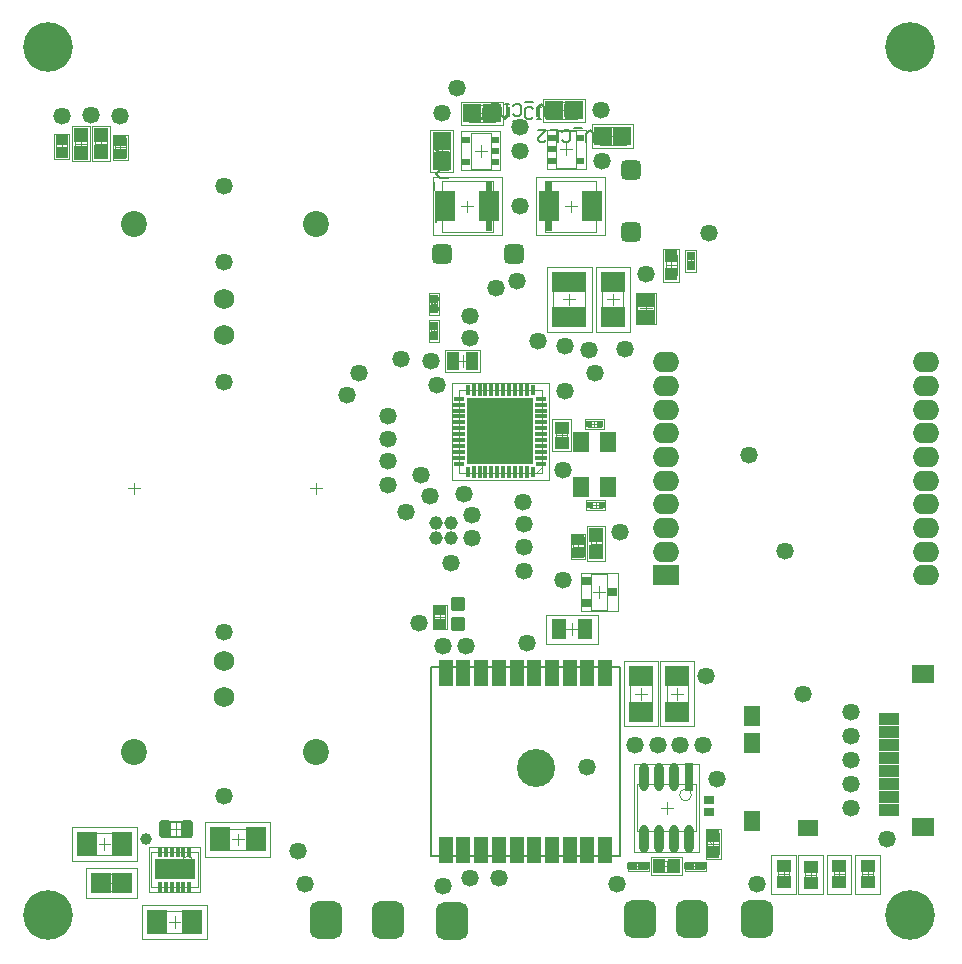
<source format=gts>
G04*
G04 #@! TF.GenerationSoftware,Altium Limited,CircuitMaker,2.2.1 (2.2.1.6)*
G04*
G04 Layer_Color=20142*
%FSLAX42Y42*%
%MOMM*%
G71*
G04*
G04 #@! TF.SameCoordinates,594ED0CD-E859-4A23-B6EA-3589AB250A5C*
G04*
G04*
G04 #@! TF.FilePolarity,Negative*
G04*
G01*
G75*
%ADD10C,0.10*%
%ADD14C,0.81*%
%ADD17C,0.13*%
%ADD19C,0.05*%
%ADD20C,0.12*%
%ADD21C,0.18*%
%ADD22C,0.03*%
%ADD23R,0.58X4.31*%
G04:AMPARAMS|DCode=67|XSize=1mm|YSize=1.45mm|CornerRadius=0.18mm|HoleSize=0mm|Usage=FLASHONLY|Rotation=180.000|XOffset=0mm|YOffset=0mm|HoleType=Round|Shape=RoundedRectangle|*
%AMROUNDEDRECTD67*
21,1,1.00,1.09,0,0,180.0*
21,1,0.64,1.45,0,0,180.0*
1,1,0.36,-0.32,0.55*
1,1,0.36,0.32,0.55*
1,1,0.36,0.32,-0.55*
1,1,0.36,-0.32,-0.55*
%
%ADD67ROUNDEDRECTD67*%
%ADD68R,1.70X2.10*%
%ADD69R,1.70X1.75*%
%ADD70R,3.50X1.70*%
%ADD71R,0.44X0.90*%
G04:AMPARAMS|DCode=72|XSize=3.2mm|YSize=2.7mm|CornerRadius=0.73mm|HoleSize=0mm|Usage=FLASHONLY|Rotation=270.000|XOffset=0mm|YOffset=0mm|HoleType=Round|Shape=RoundedRectangle|*
%AMROUNDEDRECTD72*
21,1,3.20,1.25,0,0,270.0*
21,1,1.75,2.70,0,0,270.0*
1,1,1.45,-0.63,-0.88*
1,1,1.45,-0.63,0.88*
1,1,1.45,0.63,0.88*
1,1,1.45,0.63,-0.88*
%
%ADD72ROUNDEDRECTD72*%
%ADD73R,1.25X1.10*%
%ADD74R,0.90X0.80*%
%ADD75R,1.10X1.05*%
G04:AMPARAMS|DCode=76|XSize=0.75mm|YSize=0.8mm|CornerRadius=0.16mm|HoleSize=0mm|Usage=FLASHONLY|Rotation=270.000|XOffset=0mm|YOffset=0mm|HoleType=Round|Shape=RoundedRectangle|*
%AMROUNDEDRECTD76*
21,1,0.75,0.49,0,0,270.0*
21,1,0.44,0.80,0,0,270.0*
1,1,0.31,-0.24,-0.22*
1,1,0.31,-0.24,0.22*
1,1,0.31,0.24,0.22*
1,1,0.31,0.24,-0.22*
%
%ADD76ROUNDEDRECTD76*%
%ADD77R,1.00X1.15*%
G04:AMPARAMS|DCode=78|XSize=1.2mm|YSize=1.2mm|CornerRadius=0.25mm|HoleSize=0mm|Usage=FLASHONLY|Rotation=0.000|XOffset=0mm|YOffset=0mm|HoleType=Round|Shape=RoundedRectangle|*
%AMROUNDEDRECTD78*
21,1,1.20,0.70,0,0,0.0*
21,1,0.70,1.20,0,0,0.0*
1,1,0.50,0.35,-0.35*
1,1,0.50,-0.35,-0.35*
1,1,0.50,-0.35,0.35*
1,1,0.50,0.35,0.35*
%
%ADD78ROUNDEDRECTD78*%
%ADD79R,1.05X0.90*%
%ADD80R,1.20X1.25*%
%ADD81O,0.80X2.40*%
%ADD82R,0.80X2.40*%
%ADD83R,0.75X0.75*%
%ADD84R,1.10X1.10*%
%ADD85R,0.95X0.80*%
G04:AMPARAMS|DCode=86|XSize=0.75mm|YSize=0.78mm|CornerRadius=0.24mm|HoleSize=0mm|Usage=FLASHONLY|Rotation=270.000|XOffset=0mm|YOffset=0mm|HoleType=Round|Shape=RoundedRectangle|*
%AMROUNDEDRECTD86*
21,1,0.75,0.29,0,0,270.0*
21,1,0.26,0.78,0,0,270.0*
1,1,0.49,-0.15,-0.13*
1,1,0.49,-0.15,0.13*
1,1,0.49,0.15,0.13*
1,1,0.49,0.15,-0.13*
%
%ADD86ROUNDEDRECTD86*%
%ADD87R,1.30X1.70*%
%ADD88R,1.90X1.60*%
%ADD89R,1.70X1.35*%
%ADD90R,1.35X1.70*%
%ADD91R,1.70X1.00*%
%ADD92R,1.22X2.21*%
%ADD93R,2.10X1.70*%
%ADD94R,0.90X0.40*%
%ADD95R,1.05X0.40*%
%ADD96R,0.40X0.90*%
%ADD97R,0.40X1.05*%
%ADD98R,5.70X5.70*%
%ADD99R,0.80X0.55*%
%ADD100R,1.00X1.50*%
%ADD101R,3.00X1.70*%
%ADD102R,0.55X0.60*%
%ADD103R,1.45X1.80*%
%ADD104R,1.70X2.60*%
%ADD105R,1.55X1.30*%
%ADD106R,1.55X1.65*%
%ADD107R,1.65X1.55*%
G04:AMPARAMS|DCode=108|XSize=1.73mm|YSize=1.73mm|CornerRadius=0.48mm|HoleSize=0mm|Usage=FLASHONLY|Rotation=0.000|XOffset=0mm|YOffset=0mm|HoleType=Round|Shape=RoundedRectangle|*
%AMROUNDEDRECTD108*
21,1,1.73,0.76,0,0,0.0*
21,1,0.76,1.73,0,0,0.0*
1,1,0.97,0.38,-0.38*
1,1,0.97,-0.38,-0.38*
1,1,0.97,-0.38,0.38*
1,1,0.97,0.38,0.38*
%
%ADD108ROUNDEDRECTD108*%
G04:AMPARAMS|DCode=109|XSize=1.73mm|YSize=1.73mm|CornerRadius=0.48mm|HoleSize=0mm|Usage=FLASHONLY|Rotation=90.000|XOffset=0mm|YOffset=0mm|HoleType=Round|Shape=RoundedRectangle|*
%AMROUNDEDRECTD109*
21,1,1.73,0.76,0,0,90.0*
21,1,0.76,1.73,0,0,90.0*
1,1,0.97,0.38,0.38*
1,1,0.97,0.38,-0.38*
1,1,0.97,-0.38,-0.38*
1,1,0.97,-0.38,0.38*
%
%ADD109ROUNDEDRECTD109*%
%ADD110C,4.20*%
%ADD111O,2.24X1.73*%
%ADD112R,2.24X1.73*%
%ADD113C,2.20*%
%ADD114C,1.73*%
%ADD115C,3.23*%
%ADD116C,1.15*%
%ADD117C,1.47*%
%ADD118C,1.00*%
G36*
X6122Y8037D02*
X6122Y8037D01*
Y8036D01*
X6122Y8036D01*
X6122Y8035D01*
X6122Y8035D01*
X6122Y8034D01*
X6122Y8034D01*
Y8034D01*
X6122Y8034D01*
X6122Y8034D01*
X6122Y8034D01*
X6122Y8033D01*
X6121Y8033D01*
X6121Y8033D01*
X6121Y8032D01*
X6120Y8032D01*
X6120Y8032D01*
X6120Y8032D01*
X6120Y8032D01*
X6120Y8032D01*
X6119Y8032D01*
X6119Y8032D01*
X6119Y8032D01*
X6118Y8032D01*
X6118D01*
X6118D01*
X6118D01*
X6118Y8032D01*
X6118D01*
X6117Y8032D01*
X6117Y8032D01*
X6117Y8032D01*
X6116Y8032D01*
X6116Y8032D01*
X6115Y8032D01*
X6115Y8033D01*
X6115Y8033D01*
X6115Y8033D01*
X6115Y8033D01*
X6115Y8033D01*
X6115Y8033D01*
X6115Y8033D01*
X6115Y8033D01*
X6114Y8034D01*
X6114Y8034D01*
X6114Y8034D01*
X6114Y8035D01*
X6114Y8035D01*
X6114Y8035D01*
X6114Y8036D01*
X6114Y8036D01*
X6114Y8036D01*
X6114Y8036D01*
X6114Y8036D01*
X6113Y8036D01*
X6113Y8035D01*
X6113Y8035D01*
X6113Y8035D01*
X6113Y8035D01*
X6113Y8035D01*
X6113Y8034D01*
X6112Y8034D01*
X6112Y8034D01*
X6112Y8034D01*
X6111Y8033D01*
X6111Y8033D01*
X6106Y8030D01*
Y8033D01*
X6110Y8035D01*
X6110D01*
X6110Y8035D01*
X6110Y8035D01*
X6110Y8035D01*
X6110Y8035D01*
X6111Y8036D01*
X6111Y8036D01*
X6111Y8036D01*
X6112Y8036D01*
X6112Y8037D01*
X6112Y8037D01*
X6112Y8037D01*
X6112Y8037D01*
X6112Y8037D01*
X6113Y8037D01*
X6113Y8037D01*
X6113Y8038D01*
X6113Y8038D01*
X6113Y8038D01*
X6113Y8038D01*
X6113Y8038D01*
X6113Y8038D01*
X6113Y8039D01*
Y8039D01*
X6113Y8039D01*
Y8039D01*
X6113Y8039D01*
Y8039D01*
X6114Y8039D01*
Y8042D01*
X6106D01*
Y8044D01*
X6122D01*
Y8037D01*
D02*
G37*
G36*
X6118Y8027D02*
X6118Y8027D01*
X6119Y8027D01*
X6119Y8027D01*
X6119Y8027D01*
X6119Y8027D01*
X6119Y8027D01*
X6119Y8026D01*
X6120Y8026D01*
X6120Y8025D01*
X6120Y8025D01*
X6120Y8025D01*
X6120Y8025D01*
X6121Y8024D01*
X6121Y8024D01*
X6121Y8024D01*
X6121Y8024D01*
X6122Y8023D01*
X6122Y8023D01*
X6123Y8023D01*
Y8022D01*
X6106D01*
Y8024D01*
X6119D01*
X6119Y8024D01*
X6119Y8024D01*
X6119Y8024D01*
X6119Y8024D01*
X6118Y8024D01*
X6118Y8025D01*
X6118Y8025D01*
X6118Y8025D01*
X6118Y8025D01*
X6117Y8026D01*
X6117Y8026D01*
X6117Y8026D01*
X6117Y8026D01*
X6117Y8027D01*
X6117Y8027D01*
X6117Y8027D01*
X6118D01*
Y8027D01*
D02*
G37*
G36*
X6103Y8005D02*
X6102D01*
Y8018D01*
X6103D01*
Y8005D01*
D02*
G37*
G36*
X6122Y7992D02*
X6121D01*
Y8001D01*
X6116D01*
Y7994D01*
X6114D01*
Y8001D01*
X6106D01*
Y8003D01*
X6122D01*
Y7992D01*
D02*
G37*
G36*
X6115Y7990D02*
X6115D01*
X6115Y7990D01*
X6115Y7990D01*
X6116Y7990D01*
X6116Y7990D01*
X6117Y7990D01*
X6118Y7990D01*
X6119Y7989D01*
X6119D01*
X6119Y7989D01*
X6119Y7989D01*
X6119Y7989D01*
X6119Y7989D01*
X6119Y7989D01*
X6120Y7988D01*
X6120Y7988D01*
X6121Y7988D01*
X6121Y7987D01*
X6122Y7986D01*
Y7986D01*
X6122Y7986D01*
X6122Y7986D01*
X6122Y7986D01*
X6122Y7986D01*
X6122Y7986D01*
X6122Y7985D01*
X6122Y7985D01*
X6122Y7985D01*
X6122Y7985D01*
X6123Y7984D01*
X6123Y7983D01*
X6123Y7982D01*
Y7982D01*
X6123Y7982D01*
Y7982D01*
X6123Y7981D01*
X6123Y7981D01*
X6122Y7980D01*
X6122Y7980D01*
X6122Y7979D01*
Y7979D01*
X6122Y7979D01*
X6122Y7979D01*
X6122Y7979D01*
X6122Y7979D01*
X6122Y7978D01*
X6121Y7978D01*
X6121Y7978D01*
X6121Y7977D01*
X6121Y7977D01*
X6121Y7977D01*
X6120Y7977D01*
X6120Y7977D01*
X6120Y7976D01*
X6119Y7976D01*
X6119Y7976D01*
X6119Y7976D01*
X6118Y7976D01*
X6117Y7978D01*
X6117D01*
X6117Y7978D01*
X6118Y7978D01*
X6118Y7978D01*
X6118Y7978D01*
X6118Y7978D01*
X6119Y7978D01*
X6119Y7978D01*
X6119Y7978D01*
X6119Y7978D01*
X6119Y7979D01*
X6120Y7979D01*
X6120Y7979D01*
X6120Y7979D01*
X6120Y7979D01*
X6120Y7980D01*
X6120Y7980D01*
X6121Y7980D01*
X6121Y7980D01*
X6121Y7980D01*
X6121Y7981D01*
X6121Y7981D01*
X6121Y7981D01*
X6121Y7982D01*
X6121Y7982D01*
Y7982D01*
X6121Y7983D01*
X6121Y7983D01*
X6121Y7983D01*
X6121Y7984D01*
X6121Y7984D01*
X6120Y7985D01*
X6120Y7985D01*
X6120Y7985D01*
X6120Y7985D01*
X6120Y7985D01*
X6120Y7986D01*
X6120Y7986D01*
X6120Y7986D01*
X6119Y7986D01*
X6119Y7986D01*
X6119Y7986D01*
X6119Y7987D01*
X6119Y7987D01*
X6119Y7987D01*
X6118Y7987D01*
X6118Y7987D01*
X6118Y7987D01*
X6118D01*
X6118Y7987D01*
X6118Y7987D01*
X6117Y7987D01*
X6117Y7988D01*
X6117Y7988D01*
X6117Y7988D01*
X6116Y7988D01*
X6116Y7988D01*
X6115Y7988D01*
X6114Y7988D01*
X6114D01*
X6114D01*
X6114D01*
X6114D01*
X6114Y7988D01*
X6114Y7988D01*
X6113Y7988D01*
X6113Y7988D01*
X6112Y7988D01*
X6111Y7987D01*
X6111Y7987D01*
X6111D01*
X6111Y7987D01*
X6111Y7987D01*
X6111Y7987D01*
X6110Y7987D01*
X6110Y7987D01*
X6110Y7986D01*
X6109Y7986D01*
X6109Y7986D01*
X6109Y7985D01*
Y7985D01*
X6109Y7985D01*
X6109Y7985D01*
X6109Y7985D01*
X6109Y7985D01*
X6108Y7985D01*
X6108Y7984D01*
X6108Y7984D01*
X6108Y7983D01*
X6108Y7983D01*
X6108Y7982D01*
Y7982D01*
X6108Y7982D01*
X6108Y7981D01*
X6108Y7981D01*
X6108Y7980D01*
X6108Y7980D01*
X6109Y7979D01*
Y7979D01*
X6109Y7979D01*
X6109Y7979D01*
X6109Y7979D01*
X6109Y7979D01*
X6109Y7978D01*
X6109Y7978D01*
X6109Y7978D01*
X6110Y7977D01*
X6113D01*
Y7982D01*
X6115D01*
Y7975D01*
X6109D01*
X6109Y7975D01*
X6109Y7975D01*
X6108Y7976D01*
X6108Y7976D01*
X6108Y7976D01*
X6108Y7976D01*
X6108Y7976D01*
X6108Y7977D01*
X6107Y7977D01*
X6107Y7978D01*
X6107Y7979D01*
Y7979D01*
X6107Y7979D01*
X6107Y7979D01*
X6107Y7979D01*
X6107Y7979D01*
X6107Y7979D01*
X6106Y7980D01*
X6106Y7980D01*
X6106Y7981D01*
X6106Y7981D01*
X6106Y7982D01*
Y7982D01*
X6106Y7982D01*
Y7983D01*
X6106Y7983D01*
X6106Y7983D01*
X6106Y7983D01*
X6106Y7984D01*
X6107Y7985D01*
X6107Y7986D01*
X6107Y7986D01*
Y7986D01*
X6107Y7986D01*
X6107Y7986D01*
X6107Y7987D01*
X6107Y7987D01*
X6108Y7987D01*
X6108Y7987D01*
X6108Y7988D01*
X6109Y7988D01*
X6109Y7989D01*
X6110Y7989D01*
X6110D01*
X6110Y7989D01*
X6110Y7989D01*
X6110Y7989D01*
X6111Y7989D01*
X6111Y7989D01*
X6111Y7990D01*
X6111Y7990D01*
X6112Y7990D01*
X6112Y7990D01*
X6113Y7990D01*
X6113Y7990D01*
X6114Y7990D01*
X6114D01*
X6114D01*
X6115D01*
X6115Y7990D01*
D02*
G37*
G36*
X6864Y6929D02*
X6856D01*
X6846Y6955D01*
X6835Y6929D01*
X6827D01*
Y7000D01*
X6836D01*
X6836Y6949D01*
X6836Y6949D01*
X6845Y6972D01*
X6847D01*
X6856Y6949D01*
X6856Y6949D01*
X6855Y7000D01*
X6864D01*
Y6929D01*
D02*
G37*
G36*
X6800Y7000D02*
X6801D01*
X6802Y7000D01*
X6803Y7000D01*
X6804Y6999D01*
X6806Y6999D01*
X6807Y6998D01*
X6808Y6998D01*
X6809Y6997D01*
X6810Y6996D01*
X6811Y6994D01*
X6812Y6993D01*
X6813Y6991D01*
Y6991D01*
X6814Y6991D01*
X6814Y6990D01*
X6814Y6990D01*
X6814Y6989D01*
X6815Y6987D01*
X6815Y6986D01*
X6816Y6985D01*
X6816Y6983D01*
X6817Y6981D01*
X6817Y6979D01*
X6817Y6976D01*
X6818Y6974D01*
X6818Y6971D01*
X6818Y6968D01*
X6818Y6965D01*
Y6965D01*
Y6964D01*
Y6963D01*
X6818Y6962D01*
Y6961D01*
X6818Y6959D01*
X6818Y6957D01*
X6818Y6955D01*
X6817Y6951D01*
X6816Y6946D01*
X6815Y6942D01*
X6814Y6940D01*
X6813Y6938D01*
X6813Y6938D01*
X6813Y6938D01*
X6813Y6937D01*
X6812Y6937D01*
X6811Y6935D01*
X6810Y6933D01*
X6808Y6931D01*
X6805Y6930D01*
X6804Y6929D01*
X6802Y6929D01*
X6801Y6928D01*
X6799Y6928D01*
X6798D01*
X6797Y6929D01*
X6796Y6929D01*
X6795Y6929D01*
X6793Y6930D01*
X6791Y6931D01*
X6789Y6932D01*
Y6941D01*
X6790Y6941D01*
X6790Y6940D01*
X6791Y6940D01*
X6792Y6939D01*
X6794Y6938D01*
X6795Y6938D01*
X6797Y6937D01*
X6799Y6937D01*
X6799D01*
X6799Y6937D01*
X6800Y6937D01*
X6802Y6938D01*
X6803Y6938D01*
X6804Y6939D01*
X6805Y6940D01*
X6805Y6941D01*
X6806Y6942D01*
X6806Y6943D01*
Y6943D01*
X6806Y6944D01*
X6807Y6944D01*
X6807Y6944D01*
X6807Y6945D01*
X6807Y6946D01*
X6807Y6947D01*
X6808Y6948D01*
X6808Y6950D01*
X6808Y6951D01*
X6808Y6953D01*
X6808Y6955D01*
X6808Y6957D01*
X6809Y6959D01*
X6809Y6962D01*
Y6964D01*
Y6965D01*
Y6965D01*
Y6966D01*
Y6967D01*
X6809Y6968D01*
Y6969D01*
X6808Y6971D01*
X6808Y6973D01*
X6808Y6976D01*
X6808Y6980D01*
X6807Y6981D01*
X6807Y6983D01*
X6807Y6984D01*
X6806Y6986D01*
Y6986D01*
X6806Y6986D01*
X6806Y6987D01*
X6805Y6988D01*
X6804Y6989D01*
X6803Y6990D01*
X6802Y6991D01*
X6800Y6992D01*
X6799Y6992D01*
X6798Y6992D01*
X6798D01*
X6797Y6992D01*
X6797Y6992D01*
X6795Y6991D01*
X6794Y6991D01*
X6792Y6990D01*
X6791Y6989D01*
X6790Y6988D01*
X6789Y6987D01*
Y6997D01*
X6789Y6997D01*
X6789Y6997D01*
X6790Y6998D01*
X6792Y6999D01*
X6793Y6999D01*
X6795Y7000D01*
X6797Y7000D01*
X6799Y7001D01*
X6800D01*
X6800Y7000D01*
D02*
G37*
G36*
X8474Y3585D02*
X8474Y3585D01*
X8474Y3584D01*
X8475Y3584D01*
X8475Y3584D01*
X8476Y3584D01*
X8476Y3584D01*
X8478Y3583D01*
X8479Y3582D01*
X8480Y3582D01*
X8480Y3581D01*
X8481Y3581D01*
X8481Y3580D01*
X8481Y3580D01*
X8482Y3580D01*
X8482Y3580D01*
X8482Y3579D01*
X8482Y3579D01*
X8482Y3579D01*
X8483Y3578D01*
X8483Y3578D01*
X8483Y3577D01*
X8483Y3576D01*
X8484Y3576D01*
X8484Y3575D01*
X8484Y3574D01*
X8484Y3573D01*
X8484Y3572D01*
X8484Y3571D01*
Y3571D01*
X8484Y3571D01*
Y3570D01*
X8484Y3570D01*
X8484Y3569D01*
X8484Y3568D01*
X8484Y3567D01*
X8483Y3566D01*
X8483Y3564D01*
X8482Y3564D01*
X8482Y3563D01*
X8482Y3563D01*
X8482Y3563D01*
X8482Y3563D01*
X8482Y3562D01*
X8481Y3562D01*
X8481Y3562D01*
X8481Y3562D01*
X8481Y3561D01*
X8480Y3561D01*
X8480Y3560D01*
X8479Y3560D01*
X8477Y3559D01*
X8476Y3558D01*
X8476D01*
X8476Y3558D01*
X8476Y3558D01*
X8475Y3558D01*
X8475Y3558D01*
X8474Y3558D01*
X8474Y3557D01*
X8473Y3557D01*
X8473Y3557D01*
X8472Y3557D01*
X8471Y3557D01*
X8469Y3556D01*
X8467Y3556D01*
X8467D01*
X8467D01*
X8467D01*
X8467Y3556D01*
X8466D01*
X8466Y3556D01*
X8465Y3557D01*
X8464Y3557D01*
X8463Y3557D01*
X8462Y3557D01*
X8460Y3558D01*
X8459Y3558D01*
X8459Y3558D01*
X8458Y3558D01*
X8458Y3558D01*
X8458Y3559D01*
X8458Y3559D01*
X8457Y3559D01*
X8457Y3560D01*
X8456Y3560D01*
X8455Y3561D01*
X8454Y3562D01*
X8453Y3564D01*
X8453Y3564D01*
X8453Y3564D01*
X8453Y3564D01*
X8453Y3564D01*
X8453Y3565D01*
X8452Y3565D01*
X8452Y3565D01*
X8452Y3566D01*
X8452Y3567D01*
X8452Y3567D01*
X8451Y3568D01*
X8451Y3570D01*
X8451Y3571D01*
Y3572D01*
X8451Y3572D01*
X8451Y3573D01*
X8451Y3573D01*
X8451Y3574D01*
X8451Y3574D01*
X8452Y3576D01*
X8452Y3577D01*
X8452Y3578D01*
X8453Y3578D01*
X8453Y3579D01*
X8454Y3580D01*
X8454Y3580D01*
X8454Y3580D01*
X8454Y3580D01*
X8454Y3580D01*
X8454Y3580D01*
X8455Y3581D01*
X8455Y3581D01*
X8455Y3581D01*
X8456Y3582D01*
X8456Y3582D01*
X8457Y3583D01*
X8457Y3583D01*
X8458Y3583D01*
X8459Y3584D01*
X8460Y3584D01*
X8460Y3584D01*
X8461Y3580D01*
X8461D01*
X8461Y3580D01*
X8461Y3580D01*
X8461Y3580D01*
X8461Y3580D01*
X8460Y3580D01*
X8459Y3579D01*
X8459Y3579D01*
X8458Y3578D01*
X8457Y3577D01*
X8456Y3577D01*
X8456Y3577D01*
X8456Y3576D01*
X8456Y3576D01*
X8455Y3575D01*
X8455Y3574D01*
X8455Y3574D01*
X8455Y3573D01*
X8455Y3571D01*
Y3571D01*
X8455Y3571D01*
Y3570D01*
X8455Y3570D01*
X8455Y3569D01*
X8455Y3568D01*
X8455Y3567D01*
X8456Y3566D01*
X8456Y3565D01*
Y3565D01*
X8457Y3565D01*
X8457Y3565D01*
X8457Y3564D01*
X8458Y3564D01*
X8458Y3563D01*
X8459Y3563D01*
X8460Y3562D01*
X8461Y3562D01*
X8461D01*
X8461Y3562D01*
X8462Y3562D01*
X8462Y3562D01*
X8462Y3561D01*
X8462Y3561D01*
X8463Y3561D01*
X8464Y3561D01*
X8465Y3561D01*
X8466Y3561D01*
X8467Y3561D01*
X8467D01*
X8468D01*
X8468D01*
X8468D01*
X8468Y3561D01*
X8469D01*
X8469Y3561D01*
X8470Y3561D01*
X8471Y3561D01*
X8472Y3561D01*
X8473Y3562D01*
X8474Y3562D01*
X8475D01*
X8475Y3562D01*
X8475Y3562D01*
X8475Y3562D01*
X8476Y3562D01*
X8476Y3563D01*
X8477Y3563D01*
X8478Y3564D01*
X8478Y3565D01*
X8479Y3566D01*
Y3566D01*
X8479Y3566D01*
X8479Y3566D01*
X8479Y3566D01*
X8479Y3566D01*
X8480Y3567D01*
X8480Y3567D01*
X8480Y3568D01*
X8480Y3569D01*
X8481Y3570D01*
X8481Y3571D01*
Y3571D01*
X8481Y3572D01*
Y3572D01*
X8480Y3572D01*
X8480Y3573D01*
X8480Y3574D01*
X8480Y3575D01*
X8479Y3576D01*
X8479Y3577D01*
X8479Y3577D01*
X8478Y3577D01*
X8478Y3577D01*
X8478Y3577D01*
X8478Y3577D01*
X8478Y3578D01*
X8478Y3578D01*
X8477Y3578D01*
X8477Y3578D01*
X8477Y3579D01*
X8476Y3579D01*
X8476Y3579D01*
X8475Y3580D01*
X8474Y3580D01*
X8474Y3580D01*
X8473Y3580D01*
X8472Y3580D01*
X8473Y3585D01*
X8474D01*
X8474Y3585D01*
D02*
G37*
G36*
X8492Y3529D02*
X8490D01*
Y3555D01*
X8492D01*
Y3529D01*
D02*
G37*
G36*
X8474Y3527D02*
X8474Y3527D01*
X8474Y3527D01*
X8475Y3527D01*
X8475Y3527D01*
X8477Y3527D01*
X8478Y3526D01*
X8478Y3526D01*
X8479Y3526D01*
X8480Y3525D01*
X8480Y3525D01*
X8480Y3525D01*
X8480Y3525D01*
X8481Y3525D01*
X8481Y3524D01*
X8481Y3524D01*
X8482Y3524D01*
X8482Y3523D01*
X8482Y3523D01*
X8483Y3522D01*
X8483Y3522D01*
X8483Y3521D01*
X8484Y3520D01*
X8484Y3519D01*
X8484Y3518D01*
X8484Y3518D01*
X8484Y3517D01*
Y3516D01*
X8484Y3516D01*
X8484Y3515D01*
X8484Y3515D01*
X8484Y3515D01*
X8484Y3514D01*
X8484Y3513D01*
X8483Y3512D01*
X8483Y3511D01*
X8483Y3510D01*
X8482Y3510D01*
X8482Y3509D01*
X8482Y3509D01*
X8482Y3509D01*
X8481Y3509D01*
X8481Y3509D01*
X8481Y3509D01*
X8481Y3509D01*
X8480Y3508D01*
X8480Y3508D01*
X8480Y3508D01*
X8479Y3507D01*
X8478Y3507D01*
X8477Y3507D01*
X8476Y3506D01*
X8475Y3506D01*
X8475Y3510D01*
X8475D01*
X8475D01*
X8475Y3510D01*
X8475Y3510D01*
X8476Y3511D01*
X8477Y3511D01*
X8477Y3511D01*
X8478Y3511D01*
X8479Y3512D01*
X8479Y3512D01*
X8479Y3513D01*
X8480Y3513D01*
X8480Y3513D01*
X8480Y3514D01*
X8480Y3514D01*
X8481Y3515D01*
X8481Y3516D01*
X8481Y3517D01*
Y3517D01*
X8481Y3517D01*
X8481Y3518D01*
X8481Y3518D01*
X8480Y3519D01*
X8480Y3520D01*
X8479Y3521D01*
X8479Y3521D01*
X8479Y3521D01*
X8479Y3521D01*
X8479Y3521D01*
X8479Y3522D01*
X8478Y3522D01*
X8478Y3522D01*
X8477Y3522D01*
X8476Y3523D01*
X8476Y3523D01*
X8474Y3523D01*
X8474Y3523D01*
X8473D01*
X8473D01*
X8473D01*
X8473D01*
X8473Y3523D01*
X8472D01*
X8472Y3523D01*
X8471Y3523D01*
X8470Y3523D01*
X8469Y3523D01*
X8469Y3522D01*
X8468Y3521D01*
X8468D01*
X8468Y3521D01*
X8468Y3521D01*
X8467Y3521D01*
X8467Y3520D01*
X8466Y3519D01*
X8466Y3519D01*
X8466Y3518D01*
X8466Y3517D01*
Y3516D01*
X8466Y3516D01*
X8466Y3515D01*
X8466Y3515D01*
X8466Y3514D01*
X8466Y3514D01*
X8467Y3513D01*
X8467Y3513D01*
X8467Y3513D01*
X8467Y3513D01*
X8467Y3512D01*
X8468Y3512D01*
X8468Y3511D01*
X8468Y3511D01*
X8469Y3511D01*
X8468Y3507D01*
X8452Y3510D01*
Y3526D01*
X8456D01*
Y3513D01*
X8464Y3511D01*
X8464Y3512D01*
X8464Y3512D01*
X8464Y3512D01*
X8464Y3512D01*
X8464Y3512D01*
X8464Y3513D01*
X8463Y3513D01*
X8463Y3514D01*
X8463Y3515D01*
X8462Y3516D01*
X8462Y3517D01*
Y3518D01*
X8462Y3518D01*
X8462Y3519D01*
X8463Y3519D01*
X8463Y3519D01*
X8463Y3520D01*
X8463Y3521D01*
X8463Y3522D01*
X8464Y3522D01*
X8464Y3523D01*
X8464Y3523D01*
X8465Y3524D01*
X8465Y3525D01*
X8465Y3525D01*
X8465Y3525D01*
X8466Y3525D01*
X8466Y3525D01*
X8466Y3525D01*
X8466Y3526D01*
X8467Y3526D01*
X8467Y3526D01*
X8468Y3526D01*
X8468Y3527D01*
X8469Y3527D01*
X8470Y3527D01*
X8470Y3527D01*
X8471Y3527D01*
X8472Y3527D01*
X8473Y3528D01*
X8473D01*
X8473D01*
X8473D01*
X8474Y3527D01*
D02*
G37*
G36*
X8475Y3502D02*
X8476Y3502D01*
X8476Y3502D01*
X8476Y3502D01*
X8477Y3502D01*
X8478Y3502D01*
X8479Y3502D01*
X8479Y3501D01*
X8480Y3501D01*
X8480Y3501D01*
X8481Y3500D01*
X8481Y3500D01*
X8481Y3499D01*
X8482Y3499D01*
X8482Y3499D01*
X8482Y3499D01*
X8482Y3499D01*
X8482Y3498D01*
X8482Y3498D01*
X8483Y3497D01*
X8483Y3497D01*
X8483Y3496D01*
X8484Y3496D01*
X8484Y3495D01*
X8484Y3494D01*
X8484Y3494D01*
X8484Y3493D01*
X8484Y3492D01*
Y3491D01*
X8484Y3491D01*
X8484Y3491D01*
X8484Y3490D01*
X8484Y3490D01*
X8484Y3489D01*
X8483Y3488D01*
X8483Y3487D01*
X8483Y3487D01*
X8483Y3486D01*
X8482Y3485D01*
X8482Y3485D01*
X8481Y3484D01*
X8481Y3484D01*
X8481Y3484D01*
X8481Y3484D01*
X8481Y3484D01*
X8481Y3484D01*
X8480Y3483D01*
X8480Y3483D01*
X8479Y3483D01*
X8479Y3483D01*
X8478Y3482D01*
X8477Y3482D01*
X8477Y3482D01*
X8476Y3482D01*
X8475Y3481D01*
X8474Y3481D01*
X8474D01*
X8474D01*
X8474D01*
X8474Y3481D01*
X8474D01*
X8473Y3481D01*
X8473Y3482D01*
X8472Y3482D01*
X8471Y3482D01*
X8470Y3482D01*
X8469Y3483D01*
X8469D01*
X8469Y3483D01*
X8469Y3483D01*
X8468Y3484D01*
X8468Y3484D01*
X8468Y3485D01*
X8467Y3486D01*
X8467Y3486D01*
X8466Y3487D01*
Y3487D01*
X8466Y3487D01*
X8466Y3487D01*
X8466Y3487D01*
X8466Y3487D01*
X8466Y3486D01*
X8465Y3485D01*
X8465Y3485D01*
X8464Y3484D01*
X8464Y3484D01*
X8464Y3484D01*
X8463Y3484D01*
X8463Y3483D01*
X8463Y3483D01*
X8462Y3483D01*
X8461Y3483D01*
X8461Y3483D01*
X8460Y3483D01*
X8460D01*
X8460D01*
X8459D01*
X8459Y3483D01*
X8459Y3483D01*
X8458Y3483D01*
X8458Y3483D01*
X8457Y3483D01*
X8456Y3484D01*
X8455Y3484D01*
X8455Y3484D01*
X8454Y3485D01*
X8454Y3485D01*
X8454Y3485D01*
X8454Y3485D01*
X8454Y3485D01*
X8454Y3486D01*
X8453Y3486D01*
X8453Y3486D01*
X8453Y3487D01*
X8453Y3487D01*
X8452Y3487D01*
X8452Y3488D01*
X8452Y3488D01*
X8452Y3489D01*
X8452Y3490D01*
X8452Y3491D01*
X8451Y3492D01*
Y3492D01*
X8452Y3493D01*
X8452Y3493D01*
X8452Y3493D01*
X8452Y3494D01*
X8452Y3494D01*
X8452Y3495D01*
X8452Y3496D01*
X8453Y3497D01*
X8453Y3498D01*
X8454Y3498D01*
X8454Y3499D01*
X8454Y3499D01*
X8454Y3499D01*
X8454Y3499D01*
X8454Y3499D01*
X8455Y3499D01*
X8455Y3499D01*
X8456Y3500D01*
X8456Y3500D01*
X8457Y3501D01*
X8459Y3501D01*
X8459Y3501D01*
X8460Y3501D01*
X8460D01*
X8460D01*
X8460D01*
X8461Y3501D01*
X8461Y3501D01*
X8462Y3501D01*
X8462Y3501D01*
X8463Y3500D01*
X8464Y3500D01*
X8464Y3500D01*
X8464Y3500D01*
X8464Y3499D01*
X8465Y3499D01*
X8465Y3499D01*
X8466Y3498D01*
X8466Y3497D01*
X8466Y3496D01*
Y3496D01*
X8466Y3497D01*
X8466Y3497D01*
X8466Y3497D01*
X8467Y3497D01*
X8467Y3498D01*
X8468Y3499D01*
X8468Y3500D01*
X8469Y3500D01*
X8469Y3501D01*
X8469D01*
X8469Y3501D01*
X8470Y3501D01*
X8470Y3501D01*
X8471Y3502D01*
X8472Y3502D01*
X8472Y3502D01*
X8473Y3502D01*
X8474Y3502D01*
X8475D01*
X8475D01*
X8475D01*
X8475Y3502D01*
D02*
G37*
G36*
X8476Y3473D02*
X8484D01*
Y3469D01*
X8476D01*
Y3455D01*
X8472D01*
X8452Y3470D01*
Y3473D01*
X8472D01*
Y3477D01*
X8476D01*
Y3473D01*
D02*
G37*
%LPC*%
G36*
X6121Y8042D02*
X6115D01*
Y8037D01*
X6115Y8037D01*
Y8037D01*
X6115Y8036D01*
X6115Y8036D01*
X6116Y8036D01*
X6116Y8035D01*
X6116Y8035D01*
X6116Y8035D01*
X6116Y8035D01*
X6116Y8035D01*
X6116Y8035D01*
X6116Y8035D01*
X6116Y8034D01*
X6117Y8034D01*
X6117Y8034D01*
X6117Y8034D01*
X6117Y8034D01*
X6117Y8034D01*
X6117Y8034D01*
X6117Y8034D01*
X6118Y8034D01*
X6118Y8034D01*
X6118D01*
X6118D01*
X6118D01*
X6118Y8034D01*
X6119Y8034D01*
X6119Y8034D01*
X6119Y8034D01*
X6120Y8034D01*
X6120Y8035D01*
X6120Y8035D01*
X6120Y8035D01*
X6120Y8035D01*
X6120Y8035D01*
X6120Y8036D01*
X6121Y8036D01*
X6121Y8037D01*
X6121Y8037D01*
Y8042D01*
D02*
G37*
G36*
X8460Y3497D02*
X8460D01*
X8460D01*
X8459D01*
X8459Y3497D01*
X8459Y3497D01*
X8458Y3497D01*
X8457Y3496D01*
X8457Y3496D01*
X8456Y3496D01*
X8456Y3496D01*
X8456Y3495D01*
X8456Y3495D01*
X8455Y3495D01*
X8455Y3494D01*
X8455Y3493D01*
X8455Y3493D01*
X8455Y3492D01*
Y3492D01*
X8455Y3491D01*
X8455Y3491D01*
X8455Y3490D01*
X8455Y3489D01*
X8456Y3489D01*
X8456Y3488D01*
X8456Y3488D01*
X8456Y3488D01*
X8457Y3488D01*
X8457Y3487D01*
X8458Y3487D01*
X8458Y3487D01*
X8459Y3487D01*
X8460Y3487D01*
X8460D01*
X8460D01*
X8460Y3487D01*
X8460Y3487D01*
X8461Y3487D01*
X8462Y3487D01*
X8462Y3487D01*
X8463Y3488D01*
X8463Y3488D01*
X8463Y3488D01*
X8464Y3488D01*
X8464Y3489D01*
X8464Y3489D01*
X8464Y3490D01*
X8465Y3490D01*
X8465Y3491D01*
X8465Y3492D01*
Y3492D01*
X8465Y3492D01*
X8465Y3493D01*
X8465Y3493D01*
X8464Y3494D01*
X8464Y3494D01*
X8464Y3495D01*
X8463Y3496D01*
X8463Y3496D01*
X8463Y3496D01*
X8463Y3496D01*
X8462Y3496D01*
X8462Y3497D01*
X8461Y3497D01*
X8461Y3497D01*
X8460Y3497D01*
D02*
G37*
G36*
X8475Y3498D02*
X8474D01*
X8474D01*
X8474D01*
X8474Y3498D01*
X8474Y3498D01*
X8473Y3498D01*
X8472Y3498D01*
X8471Y3498D01*
X8471Y3497D01*
X8470Y3497D01*
X8470Y3496D01*
X8470Y3496D01*
X8469Y3496D01*
X8469Y3495D01*
X8469Y3495D01*
X8468Y3494D01*
X8468Y3493D01*
X8468Y3492D01*
Y3491D01*
X8468Y3491D01*
X8468Y3491D01*
X8468Y3490D01*
X8468Y3489D01*
X8469Y3489D01*
X8469Y3488D01*
X8470Y3487D01*
X8470Y3487D01*
X8470Y3487D01*
X8471Y3487D01*
X8471Y3486D01*
X8472Y3486D01*
X8473Y3486D01*
X8473Y3485D01*
X8474Y3485D01*
X8474D01*
X8475D01*
X8475Y3485D01*
X8475Y3485D01*
X8476Y3486D01*
X8476Y3486D01*
X8477Y3486D01*
X8478Y3486D01*
X8478Y3486D01*
X8478Y3486D01*
X8478Y3486D01*
X8479Y3487D01*
X8479Y3487D01*
X8479Y3487D01*
X8480Y3488D01*
X8480Y3488D01*
X8480Y3489D01*
X8480Y3489D01*
X8480Y3489D01*
X8481Y3490D01*
X8481Y3490D01*
X8481Y3491D01*
X8481Y3491D01*
X8481Y3492D01*
Y3492D01*
X8481Y3492D01*
X8481Y3493D01*
X8481Y3494D01*
X8480Y3494D01*
X8480Y3495D01*
X8480Y3496D01*
X8479Y3497D01*
X8479Y3497D01*
X8479Y3497D01*
X8478Y3497D01*
X8478Y3497D01*
X8477Y3498D01*
X8476Y3498D01*
X8476Y3498D01*
X8475Y3498D01*
D02*
G37*
G36*
X8472Y3469D02*
X8458D01*
X8472Y3459D01*
Y3469D01*
D02*
G37*
%LPD*%
D10*
X6331Y6599D02*
X7031D01*
X6331D02*
Y7299D01*
X7031D01*
Y6599D02*
Y7299D01*
X6981Y6599D02*
X7031Y6649D01*
X3836Y3519D02*
X4036D01*
X3836D02*
Y3644D01*
X4036D01*
Y3519D02*
Y3644D01*
X3936Y3541D02*
Y3621D01*
X3896Y3581D02*
X3976D01*
X8420Y3328D02*
X8547D01*
Y3582D01*
X8420D02*
X8547D01*
X8420Y3328D02*
Y3582D01*
X4084Y3299D02*
G03*
X4084Y3299I-50J0D01*
G01*
X8300Y3870D02*
G03*
X8300Y3870I-50J0D01*
G01*
X4036Y3519D02*
Y3644D01*
X3836Y3519D02*
Y3644D01*
Y3519D02*
X4036D01*
X3836Y3644D02*
X4036D01*
X3754Y2704D02*
X4094D01*
X3754Y2884D02*
X4094D01*
Y2704D02*
Y2884D01*
X3754Y2704D02*
Y2884D01*
X3280Y3197D02*
X3500D01*
X3280Y3052D02*
X3500D01*
X3280D02*
Y3197D01*
X3500Y3052D02*
Y3197D01*
X3160Y3364D02*
X3500D01*
X3160Y3544D02*
X3500D01*
Y3364D02*
Y3544D01*
X3160Y3364D02*
Y3544D01*
X4290Y3583D02*
X4630D01*
X4290Y3403D02*
X4630D01*
X4290D02*
Y3583D01*
X4630Y3403D02*
Y3583D01*
X3724Y3089D02*
Y3388D01*
X4124Y3089D02*
Y3388D01*
X3724Y3089D02*
X4124D01*
X3724Y3388D02*
X4124D01*
X9744Y3279D02*
X9839D01*
X9744Y3114D02*
X9839D01*
Y3279D01*
X9744Y3114D02*
Y3279D01*
X9033D02*
X9128D01*
X9033Y3114D02*
X9128D01*
Y3279D01*
X9033Y3114D02*
Y3279D01*
X9503D02*
X9598D01*
X9503Y3114D02*
X9598D01*
Y3279D01*
X9503Y3114D02*
Y3279D01*
X9262Y3274D02*
X9357D01*
X9262Y3109D02*
X9357D01*
Y3274D01*
X9262Y3109D02*
Y3274D01*
X8532Y3368D02*
Y3543D01*
X8436Y3368D02*
Y3543D01*
X8532D01*
X8436Y3368D02*
X8532D01*
X8281Y3240D02*
X8381D01*
X8281Y3290D02*
X8381D01*
X8281Y3240D02*
Y3290D01*
X8381Y3240D02*
Y3290D01*
X8007Y3217D02*
Y3312D01*
X8172Y3217D02*
Y3312D01*
X8007D02*
X8172D01*
X8007Y3217D02*
X8172D01*
X7799Y3240D02*
X7899D01*
X7799Y3290D02*
X7899D01*
X7799Y3240D02*
Y3290D01*
X7899Y3240D02*
Y3290D01*
X6121Y5294D02*
Y5459D01*
X6216Y5294D02*
Y5459D01*
X6121Y5294D02*
X6216D01*
X6121Y5459D02*
X6216D01*
X2919Y9440D02*
X3014D01*
X2919Y9275D02*
X3014D01*
Y9440D01*
X2919Y9275D02*
Y9440D01*
X3084Y9295D02*
X3180D01*
X3084Y9470D02*
X3180D01*
X3084Y9295D02*
Y9470D01*
X3180Y9295D02*
Y9470D01*
X7446Y5909D02*
X7542D01*
X7446Y6084D02*
X7542D01*
X7446Y5909D02*
Y6084D01*
X7542Y5909D02*
Y6084D01*
X7294Y6054D02*
X7389D01*
X7294Y5889D02*
X7389D01*
Y6054D01*
X7294Y5889D02*
Y6054D01*
X7840Y3560D02*
Y3960D01*
X8340Y3560D02*
Y3960D01*
X7840Y3560D02*
X8340D01*
X7840Y3960D02*
X8340D01*
X3254Y9297D02*
X3350D01*
X3254Y9472D02*
X3350D01*
X3254Y9297D02*
Y9472D01*
X3350Y9297D02*
Y9472D01*
X3418Y9433D02*
X3513D01*
X3418Y9268D02*
X3513D01*
Y9433D01*
X3418Y9268D02*
Y9433D01*
X8266Y8338D02*
X8321D01*
X8266Y8443D02*
X8321D01*
X8266Y8338D02*
Y8443D01*
X8321Y8338D02*
Y8443D01*
X8175Y8268D02*
Y8443D01*
X8081Y8268D02*
Y8443D01*
X8175D01*
X8081Y8268D02*
X8175D01*
X7448Y5438D02*
X7588D01*
X7448Y5738D02*
X7588D01*
Y5438D02*
Y5738D01*
X7448Y5438D02*
Y5738D01*
X6094Y7850D02*
X6149D01*
X6094Y7745D02*
X6149D01*
Y7850D01*
X6094Y7745D02*
Y7850D01*
X8269Y4554D02*
Y4894D01*
X8089Y4554D02*
Y4894D01*
X8269D01*
X8089Y4554D02*
X8269D01*
X7964D02*
Y4894D01*
X7784Y4554D02*
Y4894D01*
X7964D01*
X7784Y4554D02*
X7964D01*
X7154Y9179D02*
X7324D01*
X7154Y9489D02*
X7324D01*
Y9179D02*
Y9489D01*
X7154Y9179D02*
Y9489D01*
X7543Y8235D02*
X7723D01*
X7543Y7894D02*
X7723D01*
Y8235D01*
X7543Y7894D02*
Y8235D01*
X7129Y7894D02*
Y8235D01*
X7399Y7894D02*
Y8235D01*
X7129Y7894D02*
X7399D01*
X7129Y8235D02*
X7399D01*
X7153Y6830D02*
X7248D01*
X7153Y6995D02*
X7248D01*
X7153Y6830D02*
Y6995D01*
X7248Y6830D02*
Y6995D01*
X7531Y6983D02*
Y7038D01*
X7426Y6983D02*
Y7038D01*
Y6983D02*
X7531D01*
X7426Y7038D02*
X7531D01*
X7439Y6297D02*
Y6352D01*
X7544Y6297D02*
Y6352D01*
X7439D02*
X7544D01*
X7439Y6297D02*
X7544D01*
X7062Y8636D02*
Y9067D01*
X7493Y8636D02*
Y9067D01*
X7062D02*
X7493D01*
X7062Y8636D02*
X7493D01*
X7840Y7878D02*
Y8098D01*
X7985Y7878D02*
Y8098D01*
X7840Y7878D02*
X7985D01*
X7840Y8098D02*
X7985D01*
X7331Y9592D02*
Y9737D01*
X7110Y9592D02*
Y9737D01*
Y9592D02*
X7331D01*
X7110Y9737D02*
X7331D01*
X7743Y9376D02*
Y9521D01*
X7522Y9376D02*
Y9521D01*
Y9376D02*
X7743D01*
X7522Y9521D02*
X7743D01*
X6417Y9567D02*
Y9712D01*
X6638Y9567D02*
Y9712D01*
X6417D02*
X6638D01*
X6417Y9567D02*
X6638D01*
X6616Y8636D02*
Y9067D01*
X6185Y8636D02*
Y9067D01*
Y8636D02*
X6616D01*
X6185Y9067D02*
X6616D01*
X6112Y9432D02*
X6257D01*
X6112Y9211D02*
X6257D01*
Y9432D01*
X6112Y9211D02*
Y9432D01*
X6600Y9167D02*
Y9477D01*
X6430Y9167D02*
Y9477D01*
Y9167D02*
X6600D01*
X6430Y9477D02*
X6600D01*
X5068Y6464D02*
X5168D01*
X5118Y6414D02*
Y6514D01*
X3531Y6464D02*
X3631D01*
X3581Y6414D02*
Y6514D01*
X3886Y3581D02*
X3986D01*
X3936Y3531D02*
Y3631D01*
X3924Y2744D02*
Y2844D01*
X3874Y2794D02*
X3974D01*
X3390Y3074D02*
Y3174D01*
X3340Y3124D02*
X3440D01*
X3330Y3404D02*
Y3504D01*
X3280Y3454D02*
X3380D01*
X4460Y3442D02*
Y3542D01*
X4410Y3492D02*
X4510D01*
X3874Y3238D02*
X3974D01*
X3924Y3189D02*
Y3288D01*
X9792Y3149D02*
Y3244D01*
X9744Y3196D02*
X9839D01*
X9081Y3149D02*
Y3244D01*
X9033Y3196D02*
X9128D01*
X9550Y3149D02*
Y3244D01*
X9503Y3196D02*
X9598D01*
X9309Y3144D02*
Y3239D01*
X9262Y3192D02*
X9357D01*
X8436Y3455D02*
X8532D01*
X8484Y3407D02*
Y3503D01*
X8547Y3328D02*
Y3582D01*
X8420Y3328D02*
Y3582D01*
X8547D01*
X8420Y3328D02*
X8547D01*
X8331Y3240D02*
Y3290D01*
X8306Y3265D02*
X8356D01*
X8042D02*
X8137D01*
X8090Y3217D02*
Y3312D01*
X7849Y3240D02*
Y3290D01*
X7824Y3265D02*
X7874D01*
X6121Y5376D02*
X6216D01*
X6169Y5329D02*
Y5424D01*
X2967Y9310D02*
Y9405D01*
X2919Y9357D02*
X3014D01*
X3132Y9335D02*
Y9431D01*
X3084Y9383D02*
X3180D01*
X7494Y5949D02*
Y6045D01*
X7446Y5997D02*
X7542D01*
X7342Y5924D02*
Y6019D01*
X7294Y5971D02*
X7389D01*
X8040Y3760D02*
X8140D01*
X8090Y3710D02*
Y3810D01*
X3302Y9336D02*
Y9432D01*
X3254Y9384D02*
X3350D01*
X3466Y9303D02*
Y9398D01*
X3418Y9351D02*
X3513D01*
X8293Y8363D02*
Y8418D01*
X8266Y8390D02*
X8321D01*
X8081Y8355D02*
X8175D01*
X8128Y8308D02*
Y8403D01*
X7518Y5538D02*
Y5638D01*
X7468Y5588D02*
X7568D01*
X6121Y7770D02*
Y7825D01*
X6094Y7798D02*
X6149D01*
X7290Y5221D02*
Y5321D01*
X7240Y5271D02*
X7340D01*
X8129Y4724D02*
X8229D01*
X8179Y4674D02*
Y4774D01*
X7824Y4724D02*
X7924D01*
X7874Y4674D02*
Y4774D01*
X7239Y9285D02*
Y9385D01*
X7189Y9335D02*
X7289D01*
X6313Y7544D02*
X6413D01*
X6363Y7494D02*
Y7594D01*
X7633Y8014D02*
Y8114D01*
X7583Y8064D02*
X7683D01*
X7214D02*
X7314D01*
X7264Y8014D02*
Y8114D01*
X7201Y6865D02*
Y6960D01*
X7153Y6913D02*
X7248D01*
X7451Y7010D02*
X7506D01*
X7479Y6983D02*
Y7038D01*
X7464Y6325D02*
X7519D01*
X7491Y6297D02*
Y6352D01*
X6985Y8607D02*
Y9097D01*
X7570Y8607D02*
Y9097D01*
X6985D02*
X7570D01*
X6985Y8607D02*
X7570D01*
X7227Y8852D02*
X7327D01*
X7277Y8802D02*
Y8902D01*
X7862Y7988D02*
X7962D01*
X7912Y7938D02*
Y8038D01*
X7170Y9665D02*
X7270D01*
X7220Y9615D02*
Y9715D01*
X7583Y9449D02*
X7683D01*
X7633Y9399D02*
Y9499D01*
X6478Y9639D02*
X6578D01*
X6528Y9589D02*
Y9689D01*
X6693Y8607D02*
Y9097D01*
X6108Y8607D02*
Y9097D01*
Y8607D02*
X6693D01*
X6108Y9097D02*
X6693D01*
X6351Y8852D02*
X6451D01*
X6401Y8802D02*
Y8902D01*
X6185Y9272D02*
Y9372D01*
X6135Y9322D02*
X6235D01*
X6465D02*
X6565D01*
X6515Y9272D02*
Y9372D01*
D14*
X7031Y4101D02*
G03*
X7031Y4101I-51J0D01*
G01*
D17*
X7694Y3352D02*
Y4952D01*
X6094Y3352D02*
X7694D01*
X6094D02*
Y4952D01*
X7694D01*
D19*
X6269Y6536D02*
X7094D01*
X6269D02*
Y7361D01*
X7094D01*
Y6536D02*
Y7361D01*
X7045Y9765D02*
X7395D01*
X7045Y9565D02*
X7395D01*
X7045D02*
Y9765D01*
X7395Y9565D02*
Y9765D01*
X7458Y9549D02*
X7808D01*
X7458Y9349D02*
X7808D01*
X7458D02*
Y9549D01*
X7808Y9349D02*
Y9549D01*
X6353Y9539D02*
X6703D01*
X6353Y9739D02*
X6703D01*
Y9539D02*
Y9739D01*
X6353Y9539D02*
Y9739D01*
X6085Y9147D02*
Y9497D01*
X6285Y9147D02*
Y9497D01*
X6085Y9147D02*
X6285D01*
X6085Y9497D02*
X6285D01*
X6138Y8026D02*
G03*
X6138Y8026I-17J0D01*
G01*
X4064Y3511D02*
Y3651D01*
X3809Y3511D02*
Y3651D01*
Y3511D02*
X4064D01*
X3809Y3651D02*
X4064D01*
X3649Y2649D02*
X4199D01*
X3649Y2939D02*
X4199D01*
Y2649D02*
Y2939D01*
X3649Y2649D02*
Y2939D01*
X3175Y3254D02*
X3605D01*
X3175Y2994D02*
X3605D01*
X3175D02*
Y3254D01*
X3605Y2994D02*
Y3254D01*
X3055Y3309D02*
X3605D01*
X3055Y3599D02*
X3605D01*
Y3309D02*
Y3599D01*
X3055Y3309D02*
Y3599D01*
X4185Y3638D02*
X4735D01*
X4185Y3347D02*
X4735D01*
X4185D02*
Y3638D01*
X4735Y3347D02*
Y3638D01*
X3709Y3049D02*
Y3428D01*
X4139Y3049D02*
Y3428D01*
X3709Y3049D02*
X4139D01*
X3709Y3428D02*
X4139D01*
X9687Y3361D02*
X9897D01*
X9687Y3031D02*
X9897D01*
Y3361D01*
X9687Y3031D02*
Y3361D01*
X8975D02*
X9186D01*
X8975Y3031D02*
X9186D01*
Y3361D01*
X8975Y3031D02*
Y3361D01*
X9445D02*
X9655D01*
X9445Y3031D02*
X9655D01*
Y3361D01*
X9445Y3031D02*
Y3361D01*
X9204Y3357D02*
X9414D01*
X9204Y3027D02*
X9414D01*
Y3357D01*
X9204Y3027D02*
Y3357D01*
X8246Y3305D02*
X8421D01*
X8246Y3225D02*
X8421D01*
X8246D02*
Y3305D01*
X8421Y3225D02*
Y3305D01*
X7960Y3190D02*
Y3340D01*
X8220Y3190D02*
Y3340D01*
X7960D02*
X8220D01*
X7960Y3190D02*
X8220D01*
X7764Y3305D02*
X7939D01*
X7764Y3225D02*
X7939D01*
X7764D02*
Y3305D01*
X7939Y3225D02*
Y3305D01*
X6109Y5271D02*
Y5481D01*
X6229Y5271D02*
Y5481D01*
X6109Y5271D02*
X6229D01*
X6109Y5481D02*
X6229D01*
X2907Y9462D02*
X3027D01*
X2907Y9252D02*
X3027D01*
Y9462D01*
X2907Y9252D02*
Y9462D01*
X3057Y9233D02*
X3207D01*
X3057Y9533D02*
X3207D01*
X3057Y9233D02*
Y9533D01*
X3207Y9233D02*
Y9533D01*
X7419Y5847D02*
X7569D01*
X7419Y6147D02*
X7569D01*
X7419Y5847D02*
Y6147D01*
X7569Y5847D02*
Y6147D01*
X7282Y6076D02*
X7402D01*
X7282Y5866D02*
X7402D01*
Y6076D01*
X7282Y5866D02*
Y6076D01*
X7815Y3385D02*
Y4135D01*
X8365Y3385D02*
Y4135D01*
X7815Y3385D02*
X8365D01*
X7815Y4135D02*
X8365D01*
X3227Y9234D02*
X3377D01*
X3227Y9534D02*
X3377D01*
X3227Y9234D02*
Y9534D01*
X3377Y9234D02*
Y9534D01*
X3406Y9456D02*
X3526D01*
X3406Y9246D02*
X3526D01*
Y9456D01*
X3406Y9246D02*
Y9456D01*
X8248Y8300D02*
X8338D01*
X8248Y8480D02*
X8338D01*
X8248Y8300D02*
Y8480D01*
X8338Y8300D02*
Y8480D01*
X8058Y8215D02*
X8198D01*
X8058D02*
Y8495D01*
X8198Y8215D02*
Y8495D01*
X8058D02*
X8198D01*
X7361Y5428D02*
X7676D01*
X7361Y5748D02*
X7676D01*
Y5428D02*
Y5748D01*
X7361Y5428D02*
Y5748D01*
X6076Y7888D02*
X6166D01*
X6076Y7708D02*
X6166D01*
Y7888D01*
X6076Y7708D02*
Y7888D01*
X6077Y8116D02*
X6165D01*
Y7936D02*
Y8116D01*
X6077Y7936D02*
X6165D01*
X6077D02*
Y8116D01*
X6121Y8004D02*
Y8048D01*
X6099Y8026D02*
X6143D01*
X7072Y5151D02*
Y5390D01*
Y5390D02*
X7507D01*
X7072Y5151D02*
X7507D01*
X7507Y5151D02*
Y5390D01*
X8324Y4449D02*
Y4999D01*
X8034Y4449D02*
Y4999D01*
X8324D01*
X8034Y4449D02*
X8324D01*
X8019D02*
Y4999D01*
X7729Y4449D02*
Y4999D01*
X8019D01*
X7729Y4449D02*
X8019D01*
X7074Y9169D02*
X7404D01*
X7074Y9500D02*
X7404D01*
Y9169D02*
Y9500D01*
X7074Y9169D02*
Y9500D01*
X6513Y7454D02*
Y7634D01*
X6213Y7454D02*
Y7634D01*
Y7454D02*
X6513D01*
X6213Y7634D02*
X6513D01*
X7488Y8339D02*
X7778D01*
X7488Y7789D02*
X7778D01*
Y8339D01*
X7488Y7789D02*
Y8339D01*
X7074Y7789D02*
Y8339D01*
X7454Y7789D02*
Y8339D01*
X7074Y7789D02*
X7454D01*
X7074Y8339D02*
X7454D01*
X7123Y6778D02*
X7278D01*
X7123Y7048D02*
X7278D01*
X7123Y6778D02*
Y7048D01*
X7278Y6778D02*
Y7048D01*
X7558Y6970D02*
Y7050D01*
X7399Y6970D02*
Y7050D01*
Y6970D02*
X7558D01*
X7399Y7050D02*
X7558D01*
X7411Y6285D02*
Y6365D01*
X7571Y6285D02*
Y6365D01*
X7411D02*
X7571D01*
X7411Y6285D02*
X7571D01*
X7827Y7853D02*
Y8123D01*
X7997Y7853D02*
Y8123D01*
X7827Y7853D02*
X7997D01*
X7827Y8123D02*
X7997D01*
X7395Y9565D02*
Y9765D01*
X7045Y9565D02*
Y9765D01*
Y9565D02*
X7395D01*
X7045Y9765D02*
X7395D01*
X7808Y9349D02*
Y9549D01*
X7458Y9349D02*
Y9549D01*
Y9349D02*
X7808D01*
X7458Y9549D02*
X7808D01*
X6353Y9539D02*
Y9739D01*
X6703Y9539D02*
Y9739D01*
X6353D02*
X6703D01*
X6353Y9539D02*
X6703D01*
X6085Y9497D02*
X6285D01*
X6085Y9147D02*
X6285D01*
Y9497D01*
X6085Y9147D02*
Y9497D01*
X6680Y9157D02*
Y9487D01*
X6350Y9157D02*
Y9487D01*
Y9157D02*
X6680D01*
X6350Y9487D02*
X6680D01*
D20*
X6093Y8079D02*
X6149D01*
Y7973D02*
Y8079D01*
X6093Y7973D02*
X6149D01*
X6093D02*
Y8079D01*
D21*
X7347Y9631D02*
X7330Y9614D01*
X7296D01*
X7279Y9631D01*
Y9648D01*
X7296Y9665D01*
X7313D01*
X7296D01*
X7279Y9682D01*
Y9699D01*
X7296Y9715D01*
X7330D01*
X7347Y9699D01*
X7245Y9715D02*
Y9699D01*
X7229D01*
Y9715D01*
X7245D01*
X7161Y9631D02*
X7144Y9614D01*
X7110D01*
X7093Y9631D01*
Y9648D01*
X7110Y9665D01*
X7127D01*
X7110D01*
X7093Y9682D01*
Y9699D01*
X7110Y9715D01*
X7144D01*
X7161Y9699D01*
X7059Y9614D02*
Y9682D01*
X7025Y9715D01*
X6992Y9682D01*
Y9614D01*
X6958Y9732D02*
X6890D01*
X6788Y9631D02*
X6805Y9614D01*
X6839D01*
X6856Y9631D01*
Y9699D01*
X6839Y9715D01*
X6805D01*
X6788Y9699D01*
X6755Y9614D02*
X6721D01*
X6738D01*
Y9715D01*
X6755D01*
X6721D01*
X6602D02*
X6670D01*
X6602Y9648D01*
Y9631D01*
X6619Y9614D01*
X6653D01*
X6670Y9631D01*
X7760Y9415D02*
X7743Y9398D01*
X7709D01*
X7692Y9415D01*
Y9432D01*
X7709Y9449D01*
X7726D01*
X7709D01*
X7692Y9466D01*
Y9483D01*
X7709Y9500D01*
X7743D01*
X7760Y9483D01*
X7658Y9500D02*
Y9483D01*
X7641D01*
Y9500D01*
X7658D01*
X7573Y9415D02*
X7557Y9398D01*
X7523D01*
X7506Y9415D01*
Y9432D01*
X7523Y9449D01*
X7540D01*
X7523D01*
X7506Y9466D01*
Y9483D01*
X7523Y9500D01*
X7557D01*
X7573Y9483D01*
X7472Y9398D02*
Y9466D01*
X7438Y9500D01*
X7404Y9466D01*
Y9398D01*
X7370Y9517D02*
X7303D01*
X7201Y9415D02*
X7218Y9398D01*
X7252D01*
X7269Y9415D01*
Y9483D01*
X7252Y9500D01*
X7218D01*
X7201Y9483D01*
X7167Y9398D02*
Y9500D01*
X7100D01*
X6998D02*
X7066D01*
X6998Y9432D01*
Y9415D01*
X7015Y9398D01*
X7049D01*
X7066Y9415D01*
X6401Y9673D02*
X6418Y9690D01*
X6452D01*
X6469Y9673D01*
Y9656D01*
X6452Y9639D01*
X6435D01*
X6452D01*
X6469Y9622D01*
Y9605D01*
X6452Y9589D01*
X6418D01*
X6401Y9605D01*
X6502Y9589D02*
Y9605D01*
X6519D01*
Y9589D01*
X6502D01*
X6587Y9673D02*
X6604Y9690D01*
X6638D01*
X6655Y9673D01*
Y9656D01*
X6638Y9639D01*
X6621D01*
X6638D01*
X6655Y9622D01*
Y9605D01*
X6638Y9589D01*
X6604D01*
X6587Y9605D01*
X6689Y9690D02*
Y9622D01*
X6722Y9589D01*
X6756Y9622D01*
Y9690D01*
X6790Y9572D02*
X6858D01*
X6959Y9673D02*
X6942Y9690D01*
X6909D01*
X6892Y9673D01*
Y9605D01*
X6909Y9589D01*
X6942D01*
X6959Y9605D01*
X6993Y9690D02*
X7027D01*
X7010D01*
Y9589D01*
X6993D01*
X7027D01*
X7078D02*
X7112D01*
X7095D01*
Y9690D01*
X7078Y9673D01*
X6219Y9449D02*
X6236Y9432D01*
Y9398D01*
X6219Y9381D01*
X6202D01*
X6185Y9398D01*
Y9415D01*
Y9398D01*
X6168Y9381D01*
X6151D01*
X6134Y9398D01*
Y9432D01*
X6151Y9449D01*
X6134Y9347D02*
X6151D01*
Y9330D01*
X6134D01*
Y9347D01*
X6219Y9263D02*
X6236Y9246D01*
Y9212D01*
X6219Y9195D01*
X6202D01*
X6185Y9212D01*
Y9229D01*
Y9212D01*
X6168Y9195D01*
X6151D01*
X6134Y9212D01*
Y9246D01*
X6151Y9263D01*
X6236Y9161D02*
X6168D01*
X6134Y9127D01*
X6168Y9093D01*
X6236D01*
X6117Y9059D02*
Y8992D01*
X6219Y8890D02*
X6236Y8907D01*
Y8941D01*
X6219Y8958D01*
X6151D01*
X6134Y8941D01*
Y8907D01*
X6151Y8890D01*
X6236Y8856D02*
X6134D01*
Y8789D01*
Y8755D02*
Y8721D01*
Y8738D01*
X6236D01*
X6219Y8755D01*
D22*
X6096Y8076D02*
X6146D01*
Y7976D02*
Y8076D01*
X6096Y7976D02*
X6146D01*
X6096D02*
Y8076D01*
Y8046D02*
X6146D01*
X6096D02*
Y8076D01*
X6146D01*
Y8046D02*
Y8076D01*
X6096Y8006D02*
X6146D01*
Y7976D02*
Y8006D01*
X6096Y7976D02*
X6146D01*
X6096D02*
Y8006D01*
D23*
X7091Y8852D02*
D03*
X6587Y8852D02*
D03*
D67*
X4026Y3581D02*
D03*
X3846D02*
D03*
D68*
X4074Y2794D02*
D03*
X3774D02*
D03*
X3480Y3454D02*
D03*
X3180D02*
D03*
X4310Y3492D02*
D03*
X4610D02*
D03*
D69*
X3300Y3124D02*
D03*
X3480D02*
D03*
D70*
X3924Y3238D02*
D03*
D71*
X3799Y3093D02*
D03*
X3849D02*
D03*
X3899D02*
D03*
X3949D02*
D03*
X3999D02*
D03*
X4049D02*
D03*
X3799Y3383D02*
D03*
X3849D02*
D03*
X3899D02*
D03*
X3949D02*
D03*
X3999D02*
D03*
X4049D02*
D03*
D72*
X5207Y2807D02*
D03*
X6273Y2804D02*
D03*
X5728Y2807D02*
D03*
X8859Y2819D02*
D03*
X8306Y2819D02*
D03*
X7861D02*
D03*
D73*
X9309Y3259D02*
D03*
X9792Y3264D02*
D03*
Y3129D02*
D03*
X9081Y3264D02*
D03*
Y3129D02*
D03*
X9550Y3264D02*
D03*
Y3129D02*
D03*
X9309Y3124D02*
D03*
X7201Y6845D02*
D03*
Y6980D02*
D03*
D74*
X8446Y3824D02*
D03*
Y3724D02*
D03*
D75*
X8484Y3520D02*
D03*
Y3390D02*
D03*
D76*
X8280Y3265D02*
D03*
X8382D02*
D03*
X7798D02*
D03*
X7899D02*
D03*
D77*
X8025D02*
D03*
X8155D02*
D03*
D78*
X6321Y5489D02*
D03*
Y5314D02*
D03*
D79*
X6169Y5319D02*
D03*
Y5434D02*
D03*
X2967Y9415D02*
D03*
Y9300D02*
D03*
X7342Y6029D02*
D03*
Y5914D02*
D03*
X3466Y9408D02*
D03*
Y9293D02*
D03*
D80*
X3132Y9308D02*
D03*
Y9458D02*
D03*
X7494Y5922D02*
D03*
Y6072D02*
D03*
X3302Y9309D02*
D03*
Y9459D02*
D03*
D81*
X7899Y3500D02*
D03*
X8026D02*
D03*
X8153D02*
D03*
X8280D02*
D03*
X7899Y4020D02*
D03*
X8026D02*
D03*
X8153D02*
D03*
D82*
X8280D02*
D03*
D83*
X8293Y8348D02*
D03*
Y8433D02*
D03*
X6121Y7840D02*
D03*
Y7755D02*
D03*
D84*
X8128Y8430D02*
D03*
Y8280D02*
D03*
D85*
X7628Y5588D02*
D03*
X7408Y5493D02*
D03*
Y5683D02*
D03*
D86*
X6121Y8070D02*
D03*
Y7983D02*
D03*
D87*
X7402Y5271D02*
D03*
X7177D02*
D03*
D88*
X10261Y4890D02*
D03*
Y3600D02*
D03*
D89*
X9286Y3588D02*
D03*
D90*
X8814Y3645D02*
D03*
Y4305D02*
D03*
Y4535D02*
D03*
D91*
X9971Y4515D02*
D03*
Y4405D02*
D03*
Y4295D02*
D03*
Y4185D02*
D03*
Y4075D02*
D03*
Y3965D02*
D03*
Y3855D02*
D03*
Y3745D02*
D03*
D92*
X7569Y4902D02*
D03*
X7419D02*
D03*
X7269D02*
D03*
X7120D02*
D03*
X6970D02*
D03*
X6819D02*
D03*
X6669D02*
D03*
X6519D02*
D03*
X6369D02*
D03*
X6219D02*
D03*
Y3400D02*
D03*
X6369D02*
D03*
X6519D02*
D03*
X6669D02*
D03*
X6819D02*
D03*
X6970D02*
D03*
X7120D02*
D03*
X7269D02*
D03*
X7419D02*
D03*
X7569D02*
D03*
D93*
X8179Y4874D02*
D03*
Y4574D02*
D03*
X7874Y4874D02*
D03*
Y4574D02*
D03*
X7633Y8214D02*
D03*
Y7914D02*
D03*
D94*
X7026Y6674D02*
D03*
Y7224D02*
D03*
X6336D02*
D03*
Y6674D02*
D03*
D95*
X7026Y6724D02*
D03*
Y6774D02*
D03*
Y6824D02*
D03*
Y6874D02*
D03*
Y6924D02*
D03*
Y6974D02*
D03*
Y7024D02*
D03*
Y7074D02*
D03*
Y7124D02*
D03*
Y7174D02*
D03*
X6336D02*
D03*
Y7124D02*
D03*
Y7074D02*
D03*
Y7024D02*
D03*
Y6974D02*
D03*
Y6924D02*
D03*
Y6874D02*
D03*
Y6824D02*
D03*
Y6774D02*
D03*
Y6724D02*
D03*
D96*
X6956Y7294D02*
D03*
X6406D02*
D03*
Y6604D02*
D03*
X6956D02*
D03*
D97*
X6906Y7294D02*
D03*
X6856D02*
D03*
X6806D02*
D03*
X6756D02*
D03*
X6706D02*
D03*
X6656D02*
D03*
X6606D02*
D03*
X6556D02*
D03*
X6506D02*
D03*
X6456D02*
D03*
Y6604D02*
D03*
X6506D02*
D03*
X6556D02*
D03*
X6606D02*
D03*
X6656D02*
D03*
X6706D02*
D03*
X6756D02*
D03*
X6806D02*
D03*
X6856D02*
D03*
X6906D02*
D03*
D98*
X6681Y6949D02*
D03*
D99*
X7359Y9429D02*
D03*
Y9239D02*
D03*
X7119D02*
D03*
Y9335D02*
D03*
Y9429D02*
D03*
X6635Y9227D02*
D03*
Y9322D02*
D03*
Y9417D02*
D03*
X6395D02*
D03*
Y9227D02*
D03*
D100*
X6443Y7544D02*
D03*
X6283D02*
D03*
D101*
X7264Y7914D02*
D03*
Y8214D02*
D03*
D102*
X7528Y7010D02*
D03*
X7429D02*
D03*
X7442Y6325D02*
D03*
X7540D02*
D03*
D103*
X7366Y6477D02*
D03*
Y6858D02*
D03*
X7595D02*
D03*
Y6477D02*
D03*
D104*
X7092Y8852D02*
D03*
X7462D02*
D03*
X6586D02*
D03*
X6216D02*
D03*
D105*
X7912Y7918D02*
D03*
Y8058D02*
D03*
D106*
X7303Y9665D02*
D03*
X7138D02*
D03*
X7715Y9449D02*
D03*
X7550D02*
D03*
X6445Y9639D02*
D03*
X6610D02*
D03*
D107*
X6185Y9404D02*
D03*
Y9239D02*
D03*
D108*
X7785Y9157D02*
D03*
Y8636D02*
D03*
D109*
X6185Y8446D02*
D03*
X6794D02*
D03*
D110*
X10150Y2850D02*
D03*
Y10200D02*
D03*
X2850Y2850D02*
D03*
Y10200D02*
D03*
D111*
X10287Y7534D02*
D03*
Y7333D02*
D03*
Y7132D02*
D03*
Y6932D02*
D03*
Y6731D02*
D03*
Y6530D02*
D03*
Y6330D02*
D03*
Y6129D02*
D03*
Y5928D02*
D03*
Y5728D02*
D03*
X8087Y5928D02*
D03*
Y6129D02*
D03*
Y6330D02*
D03*
Y6530D02*
D03*
Y6731D02*
D03*
Y6932D02*
D03*
Y7132D02*
D03*
Y7333D02*
D03*
Y7534D02*
D03*
D112*
Y5728D02*
D03*
D113*
X5118Y4229D02*
D03*
Y8699D02*
D03*
X3581Y4229D02*
D03*
Y8699D02*
D03*
D114*
X4343Y5004D02*
D03*
Y4699D02*
D03*
Y8064D02*
D03*
Y7760D02*
D03*
D115*
X6980Y4101D02*
D03*
D116*
X6134Y6172D02*
D03*
Y6045D02*
D03*
X6261D02*
D03*
Y6172D02*
D03*
D117*
X4966Y3391D02*
D03*
X8446Y8623D02*
D03*
X5029Y3111D02*
D03*
X6198Y3099D02*
D03*
X9957Y3492D02*
D03*
X5994Y5321D02*
D03*
X7480Y7442D02*
D03*
X7429Y7633D02*
D03*
X6883Y6160D02*
D03*
X7214Y6617D02*
D03*
X6871Y6350D02*
D03*
X6439Y6236D02*
D03*
X6883Y5969D02*
D03*
X7671Y3111D02*
D03*
X8395Y4293D02*
D03*
X8204D02*
D03*
X8014D02*
D03*
X7823D02*
D03*
X8519Y4001D02*
D03*
X3215Y9630D02*
D03*
X6377Y6418D02*
D03*
X6883Y5766D02*
D03*
X5880Y6261D02*
D03*
X5728Y6693D02*
D03*
Y6490D02*
D03*
X6007Y6579D02*
D03*
X5728Y7074D02*
D03*
X5385Y7252D02*
D03*
X5728Y6883D02*
D03*
X3466Y9617D02*
D03*
X2970D02*
D03*
X5486Y7442D02*
D03*
X6668Y3163D02*
D03*
X6426Y7734D02*
D03*
X6439Y6045D02*
D03*
X6388Y5131D02*
D03*
X6820Y8217D02*
D03*
X7214Y5690D02*
D03*
X5842Y7557D02*
D03*
X6083Y6401D02*
D03*
X6909Y5156D02*
D03*
X7226Y7671D02*
D03*
X6648Y8160D02*
D03*
X6998Y7709D02*
D03*
X6198Y5131D02*
D03*
X6426Y3162D02*
D03*
X8420Y4877D02*
D03*
X6845Y9322D02*
D03*
Y8852D02*
D03*
Y9525D02*
D03*
X7544Y9233D02*
D03*
X4343Y5245D02*
D03*
X4340Y3860D02*
D03*
X4343Y8382D02*
D03*
X4342Y9029D02*
D03*
X4343Y7366D02*
D03*
X7226Y7290D02*
D03*
X6092Y7544D02*
D03*
X6147Y7341D02*
D03*
X6426Y7925D02*
D03*
X9093Y5931D02*
D03*
X8788Y6744D02*
D03*
X9652Y4166D02*
D03*
X8852Y3111D02*
D03*
X9246Y4724D02*
D03*
X9652Y4369D02*
D03*
Y4572D02*
D03*
X7696Y6096D02*
D03*
X9652Y3962D02*
D03*
X7417Y4102D02*
D03*
X6261Y5829D02*
D03*
X7734Y7645D02*
D03*
X7912Y8280D02*
D03*
X9652Y3759D02*
D03*
X6312Y9855D02*
D03*
X7531Y9665D02*
D03*
X6185Y9639D02*
D03*
D118*
X3683Y3492D02*
D03*
M02*

</source>
